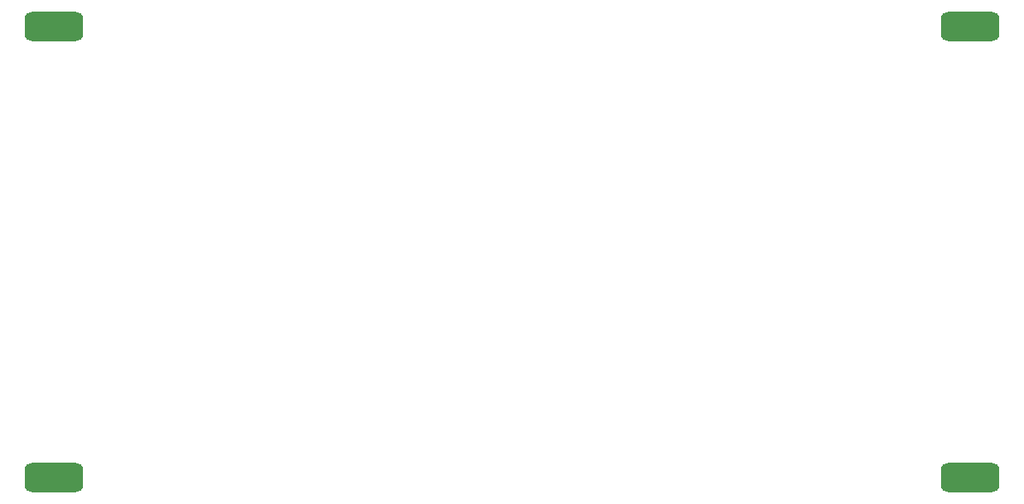
<source format=gbr>
%TF.GenerationSoftware,KiCad,Pcbnew,7.0.7*%
%TF.CreationDate,2023-10-03T09:28:03+02:00*%
%TF.ProjectId,pwmController,70776d43-6f6e-4747-926f-6c6c65722e6b,rev?*%
%TF.SameCoordinates,Original*%
%TF.FileFunction,Paste,Bot*%
%TF.FilePolarity,Positive*%
%FSLAX46Y46*%
G04 Gerber Fmt 4.6, Leading zero omitted, Abs format (unit mm)*
G04 Created by KiCad (PCBNEW 7.0.7) date 2023-10-03 09:28:03*
%MOMM*%
%LPD*%
G01*
G04 APERTURE LIST*
G04 Aperture macros list*
%AMRoundRect*
0 Rectangle with rounded corners*
0 $1 Rounding radius*
0 $2 $3 $4 $5 $6 $7 $8 $9 X,Y pos of 4 corners*
0 Add a 4 corners polygon primitive as box body*
4,1,4,$2,$3,$4,$5,$6,$7,$8,$9,$2,$3,0*
0 Add four circle primitives for the rounded corners*
1,1,$1+$1,$2,$3*
1,1,$1+$1,$4,$5*
1,1,$1+$1,$6,$7*
1,1,$1+$1,$8,$9*
0 Add four rect primitives between the rounded corners*
20,1,$1+$1,$2,$3,$4,$5,0*
20,1,$1+$1,$4,$5,$6,$7,0*
20,1,$1+$1,$6,$7,$8,$9,0*
20,1,$1+$1,$8,$9,$2,$3,0*%
G04 Aperture macros list end*
%ADD10RoundRect,0.750000X2.250000X0.750000X-2.250000X0.750000X-2.250000X-0.750000X2.250000X-0.750000X0*%
G04 APERTURE END LIST*
D10*
%TO.C,*%
X91694000Y-70231000D03*
%TD*%
%TO.C,*%
X91694000Y-116332000D03*
%TD*%
%TO.C,*%
X185293000Y-70231000D03*
%TD*%
%TO.C,REF\u002A\u002A*%
X185293000Y-116332000D03*
%TD*%
M02*

</source>
